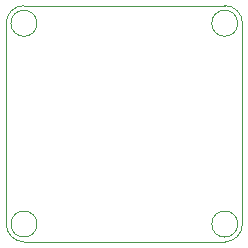
<source format=gbr>
%TF.GenerationSoftware,KiCad,Pcbnew,8.99.0-2608-ga0707285a1*%
%TF.CreationDate,2024-11-14T19:29:31-05:00*%
%TF.ProjectId,scampi,7363616d-7069-42e6-9b69-6361645f7063,rev?*%
%TF.SameCoordinates,Original*%
%TF.FileFunction,Profile,NP*%
%FSLAX46Y46*%
G04 Gerber Fmt 4.6, Leading zero omitted, Abs format (unit mm)*
G04 Created by KiCad (PCBNEW 8.99.0-2608-ga0707285a1) date 2024-11-14 19:29:31*
%MOMM*%
%LPD*%
G01*
G04 APERTURE LIST*
%TA.AperFunction,Profile*%
%ADD10C,0.050000*%
%TD*%
G04 APERTURE END LIST*
D10*
X157600000Y-86500000D02*
G75*
G02*
X155400000Y-86500000I-1100000J0D01*
G01*
X155400000Y-86500000D02*
G75*
G02*
X157600000Y-86500000I1100000J0D01*
G01*
X156500000Y-85000000D02*
X139500000Y-85000000D01*
X158000000Y-103500000D02*
G75*
G02*
X156500000Y-105000000I-1500000J0D01*
G01*
X138000000Y-86500000D02*
G75*
G02*
X139500000Y-85000000I1500000J0D01*
G01*
X157600000Y-103500000D02*
G75*
G02*
X155400000Y-103500000I-1100000J0D01*
G01*
X155400000Y-103500000D02*
G75*
G02*
X157600000Y-103500000I1100000J0D01*
G01*
X156500000Y-85000000D02*
G75*
G02*
X158000000Y-86500000I0J-1500000D01*
G01*
X140600000Y-86500000D02*
G75*
G02*
X138400000Y-86500000I-1100000J0D01*
G01*
X138400000Y-86500000D02*
G75*
G02*
X140600000Y-86500000I1100000J0D01*
G01*
X139500000Y-105000000D02*
X156500000Y-105000000D01*
X140600000Y-103500000D02*
G75*
G02*
X138400000Y-103500000I-1100000J0D01*
G01*
X138400000Y-103500000D02*
G75*
G02*
X140600000Y-103500000I1100000J0D01*
G01*
X138000000Y-86500000D02*
X138000000Y-103500000D01*
X139500000Y-105000000D02*
G75*
G02*
X138000000Y-103500000I0J1500000D01*
G01*
X158000000Y-103500000D02*
X158000000Y-86500000D01*
M02*

</source>
